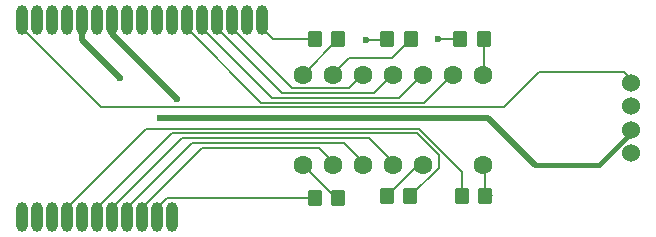
<source format=gbr>
%TF.GenerationSoftware,KiCad,Pcbnew,8.0.3*%
%TF.CreationDate,2024-07-01T08:39:21+09:00*%
%TF.ProjectId,Unit_LTP305G,556e6974-5f4c-4545-9033-3035472e6b69,rev?*%
%TF.SameCoordinates,Original*%
%TF.FileFunction,Copper,L1,Top*%
%TF.FilePolarity,Positive*%
%FSLAX46Y46*%
G04 Gerber Fmt 4.6, Leading zero omitted, Abs format (unit mm)*
G04 Created by KiCad (PCBNEW 8.0.3) date 2024-07-01 08:39:21*
%MOMM*%
%LPD*%
G01*
G04 APERTURE LIST*
G04 Aperture macros list*
%AMRoundRect*
0 Rectangle with rounded corners*
0 $1 Rounding radius*
0 $2 $3 $4 $5 $6 $7 $8 $9 X,Y pos of 4 corners*
0 Add a 4 corners polygon primitive as box body*
4,1,4,$2,$3,$4,$5,$6,$7,$8,$9,$2,$3,0*
0 Add four circle primitives for the rounded corners*
1,1,$1+$1,$2,$3*
1,1,$1+$1,$4,$5*
1,1,$1+$1,$6,$7*
1,1,$1+$1,$8,$9*
0 Add four rect primitives between the rounded corners*
20,1,$1+$1,$2,$3,$4,$5,0*
20,1,$1+$1,$4,$5,$6,$7,0*
20,1,$1+$1,$6,$7,$8,$9,0*
20,1,$1+$1,$8,$9,$2,$3,0*%
G04 Aperture macros list end*
%TA.AperFunction,SMDPad,CuDef*%
%ADD10RoundRect,0.250000X-0.350000X-0.450000X0.350000X-0.450000X0.350000X0.450000X-0.350000X0.450000X0*%
%TD*%
%TA.AperFunction,ComponentPad*%
%ADD11C,1.600000*%
%TD*%
%TA.AperFunction,SMDPad,CuDef*%
%ADD12RoundRect,0.250000X0.350000X0.450000X-0.350000X0.450000X-0.350000X-0.450000X0.350000X-0.450000X0*%
%TD*%
%TA.AperFunction,ComponentPad*%
%ADD13C,1.524000*%
%TD*%
%TA.AperFunction,ComponentPad*%
%ADD14RoundRect,0.500000X-0.008000X0.750000X-0.008000X-0.750000X0.008000X-0.750000X0.008000X0.750000X0*%
%TD*%
%TA.AperFunction,ComponentPad*%
%ADD15RoundRect,0.500000X0.008000X-0.750000X0.008000X0.750000X-0.008000X0.750000X-0.008000X-0.750000X0*%
%TD*%
%TA.AperFunction,ViaPad*%
%ADD16C,0.600000*%
%TD*%
%TA.AperFunction,Conductor*%
%ADD17C,0.200000*%
%TD*%
%TA.AperFunction,Conductor*%
%ADD18C,0.500000*%
%TD*%
%TA.AperFunction,Conductor*%
%ADD19C,0.400000*%
%TD*%
G04 APERTURE END LIST*
D10*
%TO.P,R1,1*%
%TO.N,Net-(U2-AN1)*%
X139954000Y-74500000D03*
%TO.P,R1,2*%
%TO.N,Net-(U1-G41)*%
X141954000Y-74500000D03*
%TD*%
D11*
%TO.P,U2,1,AN2*%
%TO.N,Net-(U2-AN2)*%
X132842000Y-71882000D03*
%TO.P,U2,2,CA1*%
%TO.N,Net-(U1-G43)*%
X135382000Y-71882000D03*
%TO.P,U2,3,CA3*%
%TO.N,Net-(U1-G42)*%
X137922000Y-71882000D03*
%TO.P,U2,4,CA4*%
%TO.N,Net-(U1-G44)*%
X140462000Y-71882000D03*
%TO.P,U2,5,AN1*%
%TO.N,Net-(U2-AN1)*%
X143002000Y-71882000D03*
%TO.P,U2,7,ANDE*%
%TO.N,Net-(U2-ANDE)*%
X148082000Y-71882000D03*
%TO.P,U2,8,AN3*%
%TO.N,Net-(U2-AN3)*%
X148082000Y-64262000D03*
%TO.P,U2,9,CA7*%
%TO.N,Net-(U1-G6)*%
X145542000Y-64262000D03*
%TO.P,U2,10,CA6*%
%TO.N,Net-(U1-G5)*%
X143002000Y-64262000D03*
%TO.P,U2,11,CA5*%
%TO.N,Net-(U1-G4)*%
X140462000Y-64262000D03*
%TO.P,U2,12,CA2*%
%TO.N,Net-(U1-G3)*%
X137922000Y-64262000D03*
%TO.P,U2,13,AN5*%
%TO.N,Net-(U2-AN5)*%
X135382000Y-64262000D03*
%TO.P,U2,14,AN4*%
%TO.N,Net-(U2-AN4)*%
X132842000Y-64262000D03*
%TD*%
D12*
%TO.P,R4,1*%
%TO.N,Net-(U2-AN4)*%
X135858000Y-61214000D03*
%TO.P,R4,2*%
%TO.N,Net-(U1-G1)*%
X133858000Y-61214000D03*
%TD*%
D10*
%TO.P,R2,1*%
%TO.N,Net-(U1-G46)*%
X133858000Y-74676000D03*
%TO.P,R2,2*%
%TO.N,Net-(U2-AN2)*%
X135858000Y-74676000D03*
%TD*%
D13*
%TO.P,J1,1,Pin_1*%
%TO.N,GND*%
X160655000Y-70897000D03*
%TO.P,J1,2,Pin_2*%
%TO.N,+5V*%
X160655000Y-68897000D03*
%TO.P,J1,3,Pin_3*%
%TO.N,Net-(J1-Pin_3)*%
X160655000Y-66897000D03*
%TO.P,J1,4,Pin_4*%
%TO.N,Net-(J1-Pin_4)*%
X160655000Y-64897000D03*
%TD*%
D10*
%TO.P,R3,1*%
%TO.N,Net-(U1-G7)*%
X146200000Y-61200000D03*
%TO.P,R3,2*%
%TO.N,Net-(U2-AN3)*%
X148200000Y-61200000D03*
%TD*%
D12*
%TO.P,R5,1*%
%TO.N,Net-(U2-AN5)*%
X141986000Y-61214000D03*
%TO.P,R5,2*%
%TO.N,Net-(U1-G2)*%
X139986000Y-61214000D03*
%TD*%
D14*
%TO.P,U1,1,G1*%
%TO.N,Net-(U1-G1)*%
X129362200Y-59599600D03*
%TO.P,U1,2,G2*%
%TO.N,Net-(U1-G2)*%
X128092200Y-59599600D03*
%TO.P,U1,3,G3*%
%TO.N,Net-(U1-G3)*%
X126822200Y-59599600D03*
%TO.P,U1,4,G4*%
%TO.N,Net-(U1-G4)*%
X125552200Y-59599600D03*
%TO.P,U1,5,G5*%
%TO.N,Net-(U1-G5)*%
X124282200Y-59599600D03*
%TO.P,U1,6,G6*%
%TO.N,Net-(U1-G6)*%
X123012200Y-59599600D03*
%TO.P,U1,7,G7*%
%TO.N,Net-(U1-G7)*%
X121742200Y-59599600D03*
%TO.P,U1,8,G8*%
%TO.N,unconnected-(U1-G8-Pad8)*%
X120472200Y-59599600D03*
%TO.P,U1,9,G9*%
%TO.N,unconnected-(U1-G9-Pad9)*%
X119202200Y-59599600D03*
%TO.P,U1,10,G10*%
%TO.N,unconnected-(U1-G10-Pad10)*%
X117932200Y-59599600D03*
%TO.P,U1,11,GND*%
%TO.N,GND*%
X116662200Y-59599600D03*
%TO.P,U1,12,G11*%
%TO.N,unconnected-(U1-G11-Pad12)*%
X115392200Y-59599600D03*
%TO.P,U1,13,5V*%
%TO.N,+5V*%
X114122200Y-59599600D03*
%TO.P,U1,14,G12*%
%TO.N,unconnected-(U1-G12-Pad14)*%
X112852200Y-59599600D03*
%TO.P,U1,15,G13/SDA*%
%TO.N,Net-(J1-Pin_3)*%
X111582200Y-59599600D03*
%TO.P,U1,16,G14*%
%TO.N,unconnected-(U1-G14-Pad16)*%
X110312200Y-59599600D03*
%TO.P,U1,17,G15/SCL*%
%TO.N,Net-(J1-Pin_4)*%
X109042200Y-59599600D03*
D15*
%TO.P,U1,18,GND*%
%TO.N,unconnected-(U1-GND-Pad18)*%
X109042200Y-76239600D03*
%TO.P,U1,19,G39*%
%TO.N,unconnected-(U1-G39-Pad19)*%
X110312200Y-76239600D03*
%TO.P,U1,20,G0*%
%TO.N,unconnected-(U1-G0-Pad20)*%
X111582200Y-76239600D03*
%TO.P,U1,21,G40*%
%TO.N,Net-(U1-G40)*%
X112852200Y-76239600D03*
%TO.P,U1,22,EN*%
%TO.N,unconnected-(U1-EN-Pad22)*%
X114122200Y-76239600D03*
%TO.P,U1,23,G41*%
%TO.N,Net-(U1-G41)*%
X115392200Y-76239600D03*
%TO.P,U1,24,G44*%
%TO.N,Net-(U1-G44)*%
X116662200Y-76239600D03*
%TO.P,U1,25,G42*%
%TO.N,Net-(U1-G42)*%
X117932200Y-76239600D03*
%TO.P,U1,26,G43*%
%TO.N,Net-(U1-G43)*%
X119202200Y-76239600D03*
%TO.P,U1,27,G46*%
%TO.N,Net-(U1-G46)*%
X120472200Y-76239600D03*
%TO.P,U1,28,3V3*%
%TO.N,unconnected-(U1-3V3-Pad28)*%
X121742200Y-76239600D03*
%TD*%
D10*
%TO.P,R6,1*%
%TO.N,Net-(U1-G40)*%
X146304000Y-74500000D03*
%TO.P,R6,2*%
%TO.N,Net-(U2-ANDE)*%
X148304000Y-74500000D03*
%TD*%
D16*
%TO.N,GND*%
X122174000Y-66294000D03*
%TO.N,+5V*%
X117348000Y-64516000D03*
X120732000Y-67900000D03*
%TO.N,Net-(U1-G7)*%
X144272000Y-61200000D03*
%TO.N,Net-(U1-G2)*%
X138176000Y-61300000D03*
%TD*%
D17*
%TO.N,Net-(J1-Pin_4)*%
X109070000Y-60280000D02*
X115780000Y-66990000D01*
X160018000Y-64008000D02*
X160910000Y-64900000D01*
X115780000Y-66990000D02*
X149860000Y-66990000D01*
X149860000Y-66990000D02*
X152842000Y-64008000D01*
X152842000Y-64008000D02*
X160018000Y-64008000D01*
D18*
%TO.N,GND*%
X116690000Y-60810000D02*
X122174000Y-66294000D01*
D17*
X116690000Y-60280000D02*
X116690000Y-60810000D01*
D18*
%TO.N,+5V*%
X148500000Y-67900000D02*
X152482000Y-71882000D01*
D17*
X117348000Y-64516000D02*
X117354000Y-64516000D01*
D19*
X157928000Y-71882000D02*
X152482000Y-71882000D01*
D18*
X120732000Y-67900000D02*
X148500000Y-67900000D01*
D19*
X160910000Y-68900000D02*
X157928000Y-71882000D01*
D18*
X114150000Y-60280000D02*
X114150000Y-61318000D01*
X117348000Y-64516000D02*
X114150000Y-61318000D01*
D17*
%TO.N,Net-(U2-AN1)*%
X143002000Y-71882000D02*
X142572000Y-71882000D01*
X142572000Y-71882000D02*
X139954000Y-74500000D01*
%TO.N,Net-(U1-G41)*%
X144346000Y-72108000D02*
X144346000Y-71046000D01*
X142500000Y-69200000D02*
X121740000Y-69200000D01*
X121740000Y-69200000D02*
X115420000Y-75520000D01*
X144346000Y-71046000D02*
X142500000Y-69200000D01*
X141954000Y-74500000D02*
X144346000Y-72108000D01*
X115420000Y-76846642D02*
X115420000Y-75520000D01*
%TO.N,Net-(U2-AN2)*%
X132842000Y-71882000D02*
X135636000Y-74676000D01*
X135636000Y-74676000D02*
X135858000Y-74676000D01*
%TO.N,Net-(U1-G46)*%
X120500000Y-76900000D02*
X120500000Y-75520000D01*
X131730000Y-74670000D02*
X131736000Y-74676000D01*
X131730000Y-74670000D02*
X121350000Y-74670000D01*
X131736000Y-74676000D02*
X133636000Y-74676000D01*
X121350000Y-74670000D02*
X120500000Y-75520000D01*
%TO.N,Net-(U2-AN3)*%
X148190000Y-61210000D02*
X148200000Y-61200000D01*
X148190000Y-64090000D02*
X148190000Y-61210000D01*
X148200000Y-64080000D02*
X148190000Y-64090000D01*
%TO.N,Net-(U1-G7)*%
X121770000Y-58953358D02*
X121770000Y-60280000D01*
X146200000Y-61200000D02*
X144272000Y-61200000D01*
%TO.N,Net-(U1-G1)*%
X130324000Y-61214000D02*
X129390000Y-60280000D01*
X133858000Y-61214000D02*
X130324000Y-61214000D01*
%TO.N,Net-(U2-AN4)*%
X135858000Y-61246000D02*
X132842000Y-64262000D01*
X135858000Y-61214000D02*
X135858000Y-61246000D01*
X132900000Y-64040000D02*
X132950000Y-64090000D01*
%TO.N,Net-(U1-G2)*%
X139900000Y-61300000D02*
X139986000Y-61214000D01*
X128120000Y-58953358D02*
X128120000Y-60280000D01*
X138176000Y-61300000D02*
X139900000Y-61300000D01*
%TO.N,Net-(U2-AN5)*%
X136790000Y-62790000D02*
X135490000Y-64090000D01*
X141986000Y-61214000D02*
X140410000Y-62790000D01*
X140410000Y-62790000D02*
X136790000Y-62790000D01*
%TO.N,Net-(U1-G40)*%
X146304000Y-72438314D02*
X146304000Y-74500000D01*
X119600000Y-68800000D02*
X142665686Y-68800000D01*
X142665686Y-68800000D02*
X146304000Y-72438314D01*
X112880000Y-75520000D02*
X119600000Y-68800000D01*
%TO.N,Net-(U2-ANDE)*%
X148190000Y-73790000D02*
X148900000Y-74500000D01*
X148304000Y-72104000D02*
X148082000Y-71882000D01*
X148304000Y-74500000D02*
X148304000Y-72104000D01*
%TO.N,Net-(U1-G6)*%
X143150000Y-66590000D02*
X129350000Y-66590000D01*
X145650000Y-64090000D02*
X143150000Y-66590000D01*
X129350000Y-66590000D02*
X123040000Y-60280000D01*
%TO.N,Net-(U1-G44)*%
X140570000Y-71710000D02*
X138460000Y-69600000D01*
X138460000Y-69600000D02*
X122610000Y-69600000D01*
X122610000Y-69600000D02*
X116690000Y-75520000D01*
%TO.N,Net-(U1-G3)*%
X138030000Y-64090000D02*
X136730000Y-65390000D01*
X136730000Y-65390000D02*
X131960000Y-65390000D01*
X131960000Y-65390000D02*
X126850000Y-60280000D01*
%TO.N,Net-(U1-G4)*%
X138870000Y-65790000D02*
X131090000Y-65790000D01*
X131090000Y-65790000D02*
X125580000Y-60280000D01*
X140570000Y-64090000D02*
X138870000Y-65790000D01*
%TO.N,Net-(U1-G42)*%
X138030000Y-71710000D02*
X136330000Y-70010000D01*
X136330000Y-70010000D02*
X123470000Y-70010000D01*
X123470000Y-70010000D02*
X117960000Y-75520000D01*
%TO.N,Net-(U1-G5)*%
X143110000Y-64090000D02*
X141010000Y-66190000D01*
X130220000Y-66190000D02*
X124310000Y-60280000D01*
X141010000Y-66190000D02*
X130220000Y-66190000D01*
%TO.N,Net-(U1-G43)*%
X134190000Y-70410000D02*
X124340000Y-70410000D01*
X124340000Y-70410000D02*
X119230000Y-75520000D01*
X135490000Y-71710000D02*
X134190000Y-70410000D01*
%TD*%
M02*

</source>
